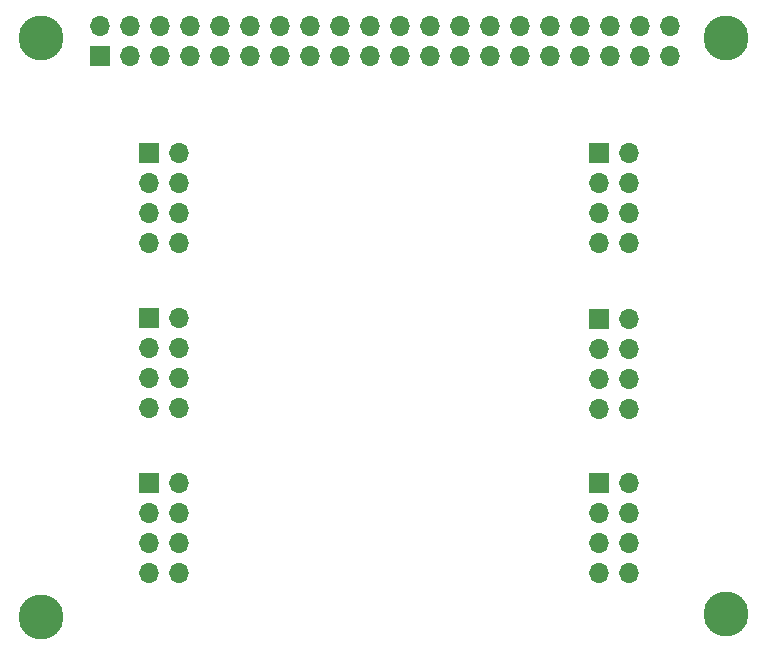
<source format=gbr>
%TF.GenerationSoftware,KiCad,Pcbnew,5.1.10*%
%TF.CreationDate,2021-06-19T09:57:27+02:00*%
%TF.ProjectId,RaspberryI2Cextender,52617370-6265-4727-9279-493243657874,rev?*%
%TF.SameCoordinates,Original*%
%TF.FileFunction,Soldermask,Bot*%
%TF.FilePolarity,Negative*%
%FSLAX46Y46*%
G04 Gerber Fmt 4.6, Leading zero omitted, Abs format (unit mm)*
G04 Created by KiCad (PCBNEW 5.1.10) date 2021-06-19 09:57:27*
%MOMM*%
%LPD*%
G01*
G04 APERTURE LIST*
%ADD10R,1.700000X1.700000*%
%ADD11O,1.700000X1.700000*%
%ADD12C,3.800000*%
G04 APERTURE END LIST*
D10*
%TO.C,J1*%
X110750000Y-43250000D03*
D11*
X110750000Y-40710000D03*
X113290000Y-43250000D03*
X113290000Y-40710000D03*
X115830000Y-43250000D03*
X115830000Y-40710000D03*
X118370000Y-43250000D03*
X118370000Y-40710000D03*
X120910000Y-43250000D03*
X120910000Y-40710000D03*
X123450000Y-43250000D03*
X123450000Y-40710000D03*
X125990000Y-43250000D03*
X125990000Y-40710000D03*
X128530000Y-43250000D03*
X128530000Y-40710000D03*
X131070000Y-43250000D03*
X131070000Y-40710000D03*
X133610000Y-43250000D03*
X133610000Y-40710000D03*
X136150000Y-43250000D03*
X136150000Y-40710000D03*
X138690000Y-43250000D03*
X138690000Y-40710000D03*
X141230000Y-43250000D03*
X141230000Y-40710000D03*
X143770000Y-43250000D03*
X143770000Y-40710000D03*
X146310000Y-43250000D03*
X146310000Y-40710000D03*
X148850000Y-43250000D03*
X148850000Y-40710000D03*
X151390000Y-43250000D03*
X151390000Y-40710000D03*
X153930000Y-43250000D03*
X153930000Y-40710000D03*
X156470000Y-43250000D03*
X156470000Y-40710000D03*
X159010000Y-43250000D03*
X159010000Y-40710000D03*
%TD*%
D12*
%TO.C,H1*%
X105750000Y-41750000D03*
%TD*%
%TO.C,H2*%
X105750000Y-90750000D03*
%TD*%
%TO.C,H3*%
X163750000Y-41750000D03*
%TD*%
%TO.C,H4*%
X163750000Y-90500000D03*
%TD*%
D11*
%TO.C,J8*%
X117475000Y-59055000D03*
X114935000Y-59055000D03*
X117475000Y-56515000D03*
X114935000Y-56515000D03*
X117475000Y-53975000D03*
X114935000Y-53975000D03*
X117475000Y-51435000D03*
D10*
X114935000Y-51435000D03*
%TD*%
%TO.C,J9*%
X114935000Y-65405000D03*
D11*
X117475000Y-65405000D03*
X114935000Y-67945000D03*
X117475000Y-67945000D03*
X114935000Y-70485000D03*
X117475000Y-70485000D03*
X114935000Y-73025000D03*
X117475000Y-73025000D03*
%TD*%
%TO.C,J10*%
X117475000Y-86995000D03*
X114935000Y-86995000D03*
X117475000Y-84455000D03*
X114935000Y-84455000D03*
X117475000Y-81915000D03*
X114935000Y-81915000D03*
X117475000Y-79375000D03*
D10*
X114935000Y-79375000D03*
%TD*%
%TO.C,J11*%
X153000000Y-65500000D03*
D11*
X155540000Y-65500000D03*
X153000000Y-68040000D03*
X155540000Y-68040000D03*
X153000000Y-70580000D03*
X155540000Y-70580000D03*
X153000000Y-73120000D03*
X155540000Y-73120000D03*
%TD*%
%TO.C,J12*%
X155575000Y-59055000D03*
X153035000Y-59055000D03*
X155575000Y-56515000D03*
X153035000Y-56515000D03*
X155575000Y-53975000D03*
X153035000Y-53975000D03*
X155575000Y-51435000D03*
D10*
X153035000Y-51435000D03*
%TD*%
%TO.C,J13*%
X153035000Y-79375000D03*
D11*
X155575000Y-79375000D03*
X153035000Y-81915000D03*
X155575000Y-81915000D03*
X153035000Y-84455000D03*
X155575000Y-84455000D03*
X153035000Y-86995000D03*
X155575000Y-86995000D03*
%TD*%
M02*

</source>
